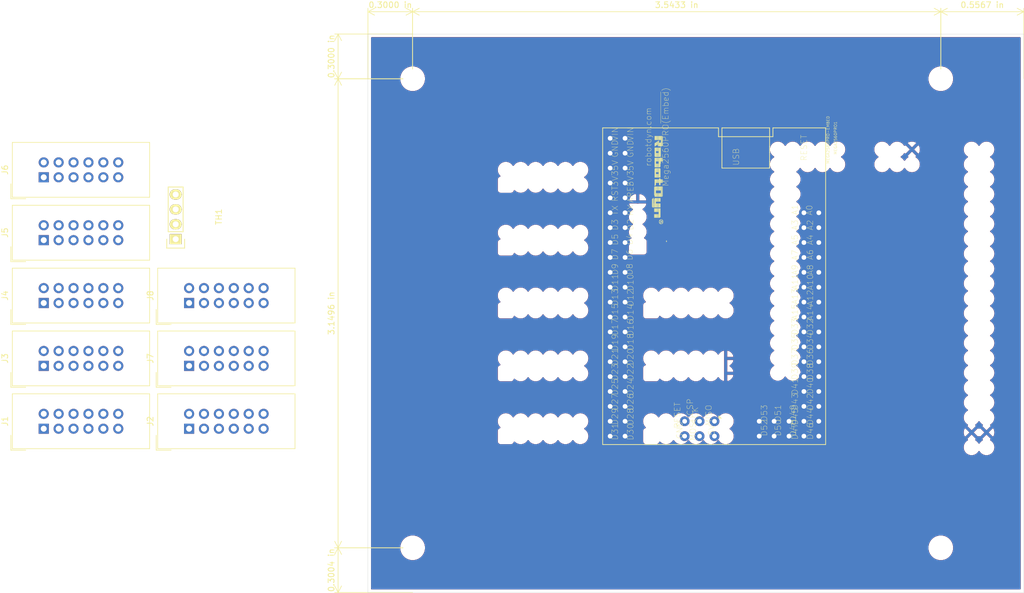
<source format=kicad_pcb>
(kicad_pcb (version 20171130) (host pcbnew "(5.1.5)-3")
  (layers (0 F.Cu signal) (31 B.Cu signal) (34 B.Paste user) (35 F.Paste user) (36 B.SilkS user) (37 F.SilkS user) (38 B.Mask user) (39 F.Mask user) (44 Edge.Cuts user))
  (net 0 "")
  (net 1 GND)
  (net 2 "Net-(MEGA2560PRO1-PadMOSI)")
  (net 3 "Net-(MEGA2560PRO1-PadMISO)")
  (net 4 "Net-(MEGA2560PRO1-PadSCK)")
  (net 5 "Net-(MEGA2560PRO1-PadRESET)")
  (net 6 "Net-(MEGA2560PRO1-PadD53)")
  (net 7 "Net-(MEGA2560PRO1-PadD52)")
  (net 8 "Net-(MEGA2560PRO1-PadD50)")
  (net 9 "Net-(MEGA2560PRO1-PadD51)")
  (net 10 "Net-(MEGA2560PRO1-PadD49)")
  (net 11 "Net-(MEGA2560PRO1-PadD48)")
  (net 12 "Net-(MEGA2560PRO1-PadD47)")
  (net 13 "Net-(MEGA2560PRO1-PadD46)")
  (net 14 "Net-(MEGA2560PRO1-PadD45)")
  (net 15 "Net-(MEGA2560PRO1-PadD44)")
  (net 16 "Net-(MEGA2560PRO1-PadD43)")
  (net 17 "Net-(MEGA2560PRO1-PadD42)")
  (net 18 "Net-(MEGA2560PRO1-PadD41)")
  (net 19 "Net-(MEGA2560PRO1-PadD40)")
  (net 20 "Net-(MEGA2560PRO1-PadD39)")
  (net 21 "Net-(MEGA2560PRO1-PadD38)")
  (net 22 "Net-(MEGA2560PRO1-PadD37)")
  (net 23 "Net-(MEGA2560PRO1-PadD36)")
  (net 24 "Net-(MEGA2560PRO1-PadD35)")
  (net 25 "Net-(MEGA2560PRO1-PadD34)")
  (net 26 "Net-(MEGA2560PRO1-PadA15)")
  (net 27 "Net-(MEGA2560PRO1-PadA14)")
  (net 28 "Net-(MEGA2560PRO1-PadA13)")
  (net 29 "Net-(MEGA2560PRO1-PadA12)")
  (net 30 "Net-(MEGA2560PRO1-PadA11)")
  (net 31 "Net-(MEGA2560PRO1-PadA10)")
  (net 32 "Net-(MEGA2560PRO1-PadA9)")
  (net 33 "Net-(MEGA2560PRO1-PadA8)")
  (net 34 "Net-(MEGA2560PRO1-PadA7)")
  (net 35 "Net-(MEGA2560PRO1-PadA6)")
  (net 36 "Net-(MEGA2560PRO1-PadA4)")
  (net 37 "Net-(MEGA2560PRO1-PadA5)")
  (net 38 "Net-(MEGA2560PRO1-PadA3)")
  (net 39 "Net-(MEGA2560PRO1-PadA2)")
  (net 40 "Net-(MEGA2560PRO1-PadA0)")
  (net 41 "Net-(MEGA2560PRO1-PadA1)")
  (net 42 "Net-(MEGA2560PRO1-PadTX)")
  (net 43 "Net-(MEGA2560PRO1-PadRX)")
  (net 44 "Net-(MEGA2560PRO1-PadAREF)")
  (net 45 "Net-(MEGA2560PRO1-PadRST)")
  (net 46 "Net-(MEGA2560PRO1-Pad3V3@1)")
  (net 47 "Net-(MEGA2560PRO1-Pad3V3@2)")
  (net 48 "Net-(MEGA2560PRO1-Pad5V@2)")
  (net 49 "Net-(MEGA2560PRO1-Pad5V@1)")
  (net 50 "Net-(J3-Pad12)")
  (net 51 "Net-(J3-Pad11)")
  (net 52 "Net-(J3-Pad10)")
  (net 53 "Net-(J3-Pad9)")
  (net 54 "Net-(J3-Pad8)")
  (net 55 "Net-(J3-Pad7)")
  (net 56 "Net-(J3-Pad6)")
  (net 57 "Net-(J3-Pad5)")
  (net 58 "Net-(J3-Pad4)")
  (net 59 "Net-(J3-Pad3)")
  (net 60 "Net-(J3-Pad2)")
  (net 61 "Net-(J3-Pad1)")
  (net 62 "Net-(J4-Pad12)")
  (net 63 "Net-(J4-Pad11)")
  (net 64 "Net-(J4-Pad10)")
  (net 65 "Net-(J4-Pad9)")
  (net 66 "Net-(J4-Pad8)")
  (net 67 "Net-(J4-Pad7)")
  (net 68 "Net-(J4-Pad6)")
  (net 69 "Net-(J4-Pad5)")
  (net 70 "Net-(J5-Pad12)")
  (net 71 "Net-(J5-Pad11)")
  (net 72 "Net-(J5-Pad10)")
  (net 73 "Net-(J5-Pad9)")
  (net 74 "Net-(J5-Pad8)")
  (net 75 "Net-(J5-Pad7)")
  (net 76 "Net-(J5-Pad6)")
  (net 77 "Net-(J5-Pad5)")
  (net 78 "Net-(J6-Pad12)")
  (net 79 "Net-(J6-Pad11)")
  (net 80 "Net-(J6-Pad10)")
  (net 81 "Net-(J6-Pad9)")
  (net 82 "Net-(J6-Pad8)")
  (net 83 "Net-(J6-Pad7)")
  (net 84 "Net-(J6-Pad6)")
  (net 85 "Net-(J6-Pad5)")
  (net 86 "Net-(J6-Pad4)")
  (net 87 "Net-(J6-Pad3)")
  (net 88 "Net-(J6-Pad2)")
  (net 89 "Net-(J6-Pad1)")
  (net 90 "Net-(J8-Pad11)")
  (net 91 "Net-(J8-Pad10)")
  (net 92 "Net-(J8-Pad9)")
  (net 93 "Net-(J8-Pad8)")
  (net 94 "Net-(J8-Pad7)")
  (net 95 "Net-(J8-Pad6)")
  (net 96 "Net-(J8-Pad5)")
  (net 97 S31)
  (net 98 S30)
  (net 99 S20)
  (net 100 S22)
  (net 101 S24)
  (net 102 S26)
  (net 103 S28)
  (net 104 S29)
  (net 105 S27)
  (net 106 S25)
  (net 107 S23)
  (net 108 S21)
  (net 109 S18)
  (net 110 S16)
  (net 111 S14)
  (net 112 S12)
  (net 113 S10)
  (net 114 S8)
  (net 115 S6)
  (net 116 S4)
  (net 117 S2)
  (net 118 S0)
  (net 119 S19)
  (net 120 S17)
  (net 121 S15)
  (net 122 S13)
  (net 123 S11)
  (net 124 S9)
  (net 125 S7)
  (net 126 S5)
  (net 127 S3)
  (net 128 S1)
  (net 129 "Net-(TH1-Pad3)")
  (net 130 "Net-(TH1-Pad2)")
  (net 131 Clock-EN)
  (net 132 Clock)
  (net 133 Latch-EN)
  (net 134 Latch)
  (net 135 Data-EN)
  (net 136 Data)
  (net 137 VCC)
  (net 138 VDD)
  (module Sensors:DHT22_Temperature_Humidity (layer F.Cu) (at 114.56 56.57 90)
    (fp_text reference TH1 (at 0 7.35 90) (layer F.SilkS))
    (fp_text value DHT22_Temperature_Humidity)
    (pad 4 thru_hole oval (at 3.81 0 180) (size 2.032 1.7272) (drill 1.016) (layers *.Cu *.Mask F.SilkS) (net 1 GND))
    (pad 3 thru_hole oval (at 1.27 0 180) (size 2.032 1.7272) (drill 1.016) (layers *.Cu *.Mask F.SilkS) (net 129 "Net-(TH1-Pad3)"))
    (pad 2 thru_hole oval (at -1.27 0 180) (size 2.032 1.7272) (drill 1.016) (layers *.Cu *.Mask F.SilkS) (net 130 "Net-(TH1-Pad2)"))
    (pad 1 thru_hole rect (at -3.81 0 180) (size 2.032 1.7272) (drill 1.016) (layers *.Cu *.Mask F.SilkS) (net 137 VCC))
  )
  (module Connector_IDC:IDC-Header_2x06_P2.54mm_Vertical (layer F.Cu) (at 116.845 71.27 90)
    (fp_text reference J8 (at 1.27 -6.604 90) (layer F.SilkS))
    (fp_text value Conn_02x06_Odd_Even)
    (pad 12 thru_hole oval (at 2.54 12.7 90) (size 1.7272 1.7272) (drill 1.016) (layers *.Cu *.Mask) (net 90 "Net-(J8-Pad11)"))
    (pad 11 thru_hole oval (at 0 12.7 90) (size 1.7272 1.7272) (drill 1.016) (layers *.Cu *.Mask) (net 90 "Net-(J8-Pad11)"))
    (pad 10 thru_hole oval (at 2.54 10.16 90) (size 1.7272 1.7272) (drill 1.016) (layers *.Cu *.Mask) (net 91 "Net-(J8-Pad10)"))
    (pad 9 thru_hole oval (at 0 10.16 90) (size 1.7272 1.7272) (drill 1.016) (layers *.Cu *.Mask) (net 92 "Net-(J8-Pad9)"))
    (pad 8 thru_hole oval (at 2.54 7.62 90) (size 1.7272 1.7272) (drill 1.016) (layers *.Cu *.Mask) (net 93 "Net-(J8-Pad8)"))
    (pad 7 thru_hole oval (at 0 7.62 90) (size 1.7272 1.7272) (drill 1.016) (layers *.Cu *.Mask) (net 94 "Net-(J8-Pad7)"))
    (pad 6 thru_hole oval (at 2.54 5.08 90) (size 1.7272 1.7272) (drill 1.016) (layers *.Cu *.Mask) (net 95 "Net-(J8-Pad6)"))
    (pad 5 thru_hole oval (at 0 5.08 90) (size 1.7272 1.7272) (drill 1.016) (layers *.Cu *.Mask) (net 96 "Net-(J8-Pad5)"))
    (pad 4 thru_hole oval (at 2.54 2.54 90) (size 1.7272 1.7272) (drill 1.016) (layers *.Cu *.Mask) (net 137 VCC))
    (pad 3 thru_hole oval (at 0 2.54 90) (size 1.7272 1.7272) (drill 1.016) (layers *.Cu *.Mask) (net 137 VCC))
    (pad 2 thru_hole oval (at 2.54 0 90) (size 1.7272 1.7272) (drill 1.016) (layers *.Cu *.Mask) (net 138 VDD))
    (pad 1 thru_hole rect (at 0 0 90) (size 1.7272 1.7272) (drill 1.016) (layers *.Cu *.Mask) (net 138 VDD))
  )
  (module Connector_IDC:IDC-Header_2x06_P2.54mm_Vertical (layer F.Cu) (at 116.845 81.99 90)
    (fp_text reference J7 (at 1.27 -6.604 90) (layer F.SilkS))
    (fp_text value Conn_02x06_Odd_Even)
    (pad 12 thru_hole oval (at 2.54 12.7 90) (size 1.7272 1.7272) (drill 1.016) (layers *.Cu *.Mask) (net 1 GND))
    (pad 11 thru_hole oval (at 0 12.7 90) (size 1.7272 1.7272) (drill 1.016) (layers *.Cu *.Mask) (net 1 GND))
    (pad 10 thru_hole oval (at 2.54 10.16 90) (size 1.7272 1.7272) (drill 1.016) (layers *.Cu *.Mask) (net 131 Clock-EN))
    (pad 9 thru_hole oval (at 0 10.16 90) (size 1.7272 1.7272) (drill 1.016) (layers *.Cu *.Mask) (net 132 Clock))
    (pad 8 thru_hole oval (at 2.54 7.62 90) (size 1.7272 1.7272) (drill 1.016) (layers *.Cu *.Mask) (net 133 Latch-EN))
    (pad 7 thru_hole oval (at 0 7.62 90) (size 1.7272 1.7272) (drill 1.016) (layers *.Cu *.Mask) (net 134 Latch))
    (pad 6 thru_hole oval (at 2.54 5.08 90) (size 1.7272 1.7272) (drill 1.016) (layers *.Cu *.Mask) (net 135 Data-EN))
    (pad 5 thru_hole oval (at 0 5.08 90) (size 1.7272 1.7272) (drill 1.016) (layers *.Cu *.Mask) (net 136 Data))
    (pad 4 thru_hole oval (at 2.54 2.54 90) (size 1.7272 1.7272) (drill 1.016) (layers *.Cu *.Mask) (net 137 VCC))
    (pad 3 thru_hole oval (at 0 2.54 90) (size 1.7272 1.7272) (drill 1.016) (layers *.Cu *.Mask) (net 137 VCC))
    (pad 2 thru_hole oval (at 2.54 0 90) (size 1.7272 1.7272) (drill 1.016) (layers *.Cu *.Mask) (net 138 VDD))
    (pad 1 thru_hole rect (at 0 0 90) (size 1.7272 1.7272) (drill 1.016) (layers *.Cu *.Mask) (net 138 VDD))
  )
  (module Connector_IDC:IDC-Header_2x06_P2.54mm_Vertical (layer F.Cu) (at 92.075 49.83 90)
    (fp_text reference J6 (at 1.27 -6.604 90) (layer F.SilkS))
    (fp_text value Conn_02x06_Odd_Even)
    (pad 12 thru_hole oval (at 2.54 12.7 90) (size 1.7272 1.7272) (drill 1.016) (layers *.Cu *.Mask) (net 78 "Net-(J6-Pad12)"))
    (pad 11 thru_hole oval (at 0 12.7 90) (size 1.7272 1.7272) (drill 1.016) (layers *.Cu *.Mask) (net 79 "Net-(J6-Pad11)"))
    (pad 10 thru_hole oval (at 2.54 10.16 90) (size 1.7272 1.7272) (drill 1.016) (layers *.Cu *.Mask) (net 80 "Net-(J6-Pad10)"))
    (pad 9 thru_hole oval (at 0 10.16 90) (size 1.7272 1.7272) (drill 1.016) (layers *.Cu *.Mask) (net 81 "Net-(J6-Pad9)"))
    (pad 8 thru_hole oval (at 2.54 7.62 90) (size 1.7272 1.7272) (drill 1.016) (layers *.Cu *.Mask) (net 82 "Net-(J6-Pad8)"))
    (pad 7 thru_hole oval (at 0 7.62 90) (size 1.7272 1.7272) (drill 1.016) (layers *.Cu *.Mask) (net 83 "Net-(J6-Pad7)"))
    (pad 6 thru_hole oval (at 2.54 5.08 90) (size 1.7272 1.7272) (drill 1.016) (layers *.Cu *.Mask) (net 84 "Net-(J6-Pad6)"))
    (pad 5 thru_hole oval (at 0 5.08 90) (size 1.7272 1.7272) (drill 1.016) (layers *.Cu *.Mask) (net 85 "Net-(J6-Pad5)"))
    (pad 4 thru_hole oval (at 2.54 2.54 90) (size 1.7272 1.7272) (drill 1.016) (layers *.Cu *.Mask) (net 86 "Net-(J6-Pad4)"))
    (pad 3 thru_hole oval (at 0 2.54 90) (size 1.7272 1.7272) (drill 1.016) (layers *.Cu *.Mask) (net 87 "Net-(J6-Pad3)"))
    (pad 2 thru_hole oval (at 2.54 0 90) (size 1.7272 1.7272) (drill 1.016) (layers *.Cu *.Mask) (net 88 "Net-(J6-Pad2)"))
    (pad 1 thru_hole rect (at 0 0 90) (size 1.7272 1.7272) (drill 1.016) (layers *.Cu *.Mask) (net 89 "Net-(J6-Pad1)"))
  )
  (module Connector_IDC:IDC-Header_2x06_P2.54mm_Vertical (layer F.Cu) (at 92.075 60.55 90)
    (fp_text reference J5 (at 1.27 -6.604 90) (layer F.SilkS))
    (fp_text value Conn_02x06_Odd_Even)
    (pad 12 thru_hole oval (at 2.54 12.7 90) (size 1.7272 1.7272) (drill 1.016) (layers *.Cu *.Mask) (net 70 "Net-(J5-Pad12)"))
    (pad 11 thru_hole oval (at 0 12.7 90) (size 1.7272 1.7272) (drill 1.016) (layers *.Cu *.Mask) (net 71 "Net-(J5-Pad11)"))
    (pad 10 thru_hole oval (at 2.54 10.16 90) (size 1.7272 1.7272) (drill 1.016) (layers *.Cu *.Mask) (net 72 "Net-(J5-Pad10)"))
    (pad 9 thru_hole oval (at 0 10.16 90) (size 1.7272 1.7272) (drill 1.016) (layers *.Cu *.Mask) (net 73 "Net-(J5-Pad9)"))
    (pad 8 thru_hole oval (at 2.54 7.62 90) (size 1.7272 1.7272) (drill 1.016) (layers *.Cu *.Mask) (net 74 "Net-(J5-Pad8)"))
    (pad 7 thru_hole oval (at 0 7.62 90) (size 1.7272 1.7272) (drill 1.016) (layers *.Cu *.Mask) (net 75 "Net-(J5-Pad7)"))
    (pad 6 thru_hole oval (at 2.54 5.08 90) (size 1.7272 1.7272) (drill 1.016) (layers *.Cu *.Mask) (net 76 "Net-(J5-Pad6)"))
    (pad 5 thru_hole oval (at 0 5.08 90) (size 1.7272 1.7272) (drill 1.016) (layers *.Cu *.Mask) (net 77 "Net-(J5-Pad5)"))
    (pad 4 thru_hole oval (at 2.54 2.54 90) (size 1.7272 1.7272) (drill 1.016) (layers *.Cu *.Mask) (net 97 S31))
    (pad 3 thru_hole oval (at 0 2.54 90) (size 1.7272 1.7272) (drill 1.016) (layers *.Cu *.Mask) (net 98 S30))
    (pad 2 thru_hole oval (at 2.54 0 90) (size 1.7272 1.7272) (drill 1.016) (layers *.Cu *.Mask) (net 104 S29))
    (pad 1 thru_hole rect (at 0 0 90) (size 1.7272 1.7272) (drill 1.016) (layers *.Cu *.Mask) (net 103 S28))
  )
  (module Connector_IDC:IDC-Header_2x06_P2.54mm_Vertical (layer F.Cu) (at 92.075 71.27 90)
    (fp_text reference J4 (at 1.27 -6.604 90) (layer F.SilkS))
    (fp_text value Conn_02x06_Odd_Even)
    (pad 12 thru_hole oval (at 2.54 12.7 90) (size 1.7272 1.7272) (drill 1.016) (layers *.Cu *.Mask) (net 62 "Net-(J4-Pad12)"))
    (pad 11 thru_hole oval (at 0 12.7 90) (size 1.7272 1.7272) (drill 1.016) (layers *.Cu *.Mask) (net 63 "Net-(J4-Pad11)"))
    (pad 10 thru_hole oval (at 2.54 10.16 90) (size 1.7272 1.7272) (drill 1.016) (layers *.Cu *.Mask) (net 64 "Net-(J4-Pad10)"))
    (pad 9 thru_hole oval (at 0 10.16 90) (size 1.7272 1.7272) (drill 1.016) (layers *.Cu *.Mask) (net 65 "Net-(J4-Pad9)"))
    (pad 8 thru_hole oval (at 2.54 7.62 90) (size 1.7272 1.7272) (drill 1.016) (layers *.Cu *.Mask) (net 66 "Net-(J4-Pad8)"))
    (pad 7 thru_hole oval (at 0 7.62 90) (size 1.7272 1.7272) (drill 1.016) (layers *.Cu *.Mask) (net 67 "Net-(J4-Pad7)"))
    (pad 6 thru_hole oval (at 2.54 5.08 90) (size 1.7272 1.7272) (drill 1.016) (layers *.Cu *.Mask) (net 68 "Net-(J4-Pad6)"))
    (pad 5 thru_hole oval (at 0 5.08 90) (size 1.7272 1.7272) (drill 1.016) (layers *.Cu *.Mask) (net 69 "Net-(J4-Pad5)"))
    (pad 4 thru_hole oval (at 2.54 2.54 90) (size 1.7272 1.7272) (drill 1.016) (layers *.Cu *.Mask) (net 121 S15))
    (pad 3 thru_hole oval (at 0 2.54 90) (size 1.7272 1.7272) (drill 1.016) (layers *.Cu *.Mask) (net 111 S14))
    (pad 2 thru_hole oval (at 2.54 0 90) (size 1.7272 1.7272) (drill 1.016) (layers *.Cu *.Mask) (net 122 S13))
    (pad 1 thru_hole rect (at 0 0 90) (size 1.7272 1.7272) (drill 1.016) (layers *.Cu *.Mask) (net 112 S12))
  )
  (module Connector_IDC:IDC-Header_2x06_P2.54mm_Vertical (layer F.Cu) (at 92.075 81.99 90)
    (fp_text reference J3 (at 1.27 -6.604 90) (layer F.SilkS))
    (fp_text value Conn_02x06_Odd_Even)
    (pad 12 thru_hole oval (at 2.54 12.7 90) (size 1.7272 1.7272) (drill 1.016) (layers *.Cu *.Mask) (net 50 "Net-(J3-Pad12)"))
    (pad 11 thru_hole oval (at 0 12.7 90) (size 1.7272 1.7272) (drill 1.016) (layers *.Cu *.Mask) (net 51 "Net-(J3-Pad11)"))
    (pad 10 thru_hole oval (at 2.54 10.16 90) (size 1.7272 1.7272) (drill 1.016) (layers *.Cu *.Mask) (net 52 "Net-(J3-Pad10)"))
    (pad 9 thru_hole oval (at 0 10.16 90) (size 1.7272 1.7272) (drill 1.016) (layers *.Cu *.Mask) (net 53 "Net-(J3-Pad9)"))
    (pad 8 thru_hole oval (at 2.54 7.62 90) (size 1.7272 1.7272) (drill 1.016) (layers *.Cu *.Mask) (net 54 "Net-(J3-Pad8)"))
    (pad 7 thru_hole oval (at 0 7.62 90) (size 1.7272 1.7272) (drill 1.016) (layers *.Cu *.Mask) (net 55 "Net-(J3-Pad7)"))
    (pad 6 thru_hole oval (at 2.54 5.08 90) (size 1.7272 1.7272) (drill 1.016) (layers *.Cu *.Mask) (net 56 "Net-(J3-Pad6)"))
    (pad 5 thru_hole oval (at 0 5.08 90) (size 1.7272 1.7272) (drill 1.016) (layers *.Cu *.Mask) (net 57 "Net-(J3-Pad5)"))
    (pad 4 thru_hole oval (at 2.54 2.54 90) (size 1.7272 1.7272) (drill 1.016) (layers *.Cu *.Mask) (net 58 "Net-(J3-Pad4)"))
    (pad 3 thru_hole oval (at 0 2.54 90) (size 1.7272 1.7272) (drill 1.016) (layers *.Cu *.Mask) (net 59 "Net-(J3-Pad3)"))
    (pad 2 thru_hole oval (at 2.54 0 90) (size 1.7272 1.7272) (drill 1.016) (layers *.Cu *.Mask) (net 60 "Net-(J3-Pad2)"))
    (pad 1 thru_hole rect (at 0 0 90) (size 1.7272 1.7272) (drill 1.016) (layers *.Cu *.Mask) (net 61 "Net-(J3-Pad1)"))
  )
  (module Connector_IDC:IDC-Header_2x06_P2.54mm_Vertical (layer F.Cu) (at 116.845 92.71 90)
    (fp_text reference J2 (at 1.27 -6.604 90) (layer F.SilkS))
    (fp_text value Conn_02x06_Odd_Even)
    (pad 12 thru_hole oval (at 2.54 12.7 90) (size 1.7272 1.7272) (drill 1.016) (layers *.Cu *.Mask) (net 105 S27))
    (pad 11 thru_hole oval (at 0 12.7 90) (size 1.7272 1.7272) (drill 1.016) (layers *.Cu *.Mask) (net 102 S26))
    (pad 10 thru_hole oval (at 2.54 10.16 90) (size 1.7272 1.7272) (drill 1.016) (layers *.Cu *.Mask) (net 106 S25))
    (pad 9 thru_hole oval (at 0 10.16 90) (size 1.7272 1.7272) (drill 1.016) (layers *.Cu *.Mask) (net 101 S24))
    (pad 8 thru_hole oval (at 2.54 7.62 90) (size 1.7272 1.7272) (drill 1.016) (layers *.Cu *.Mask) (net 107 S23))
    (pad 7 thru_hole oval (at 0 7.62 90) (size 1.7272 1.7272) (drill 1.016) (layers *.Cu *.Mask) (net 100 S22))
    (pad 6 thru_hole oval (at 2.54 5.08 90) (size 1.7272 1.7272) (drill 1.016) (layers *.Cu *.Mask) (net 108 S21))
    (pad 5 thru_hole oval (at 0 5.08 90) (size 1.7272 1.7272) (drill 1.016) (layers *.Cu *.Mask) (net 99 S20))
    (pad 4 thru_hole oval (at 2.54 2.54 90) (size 1.7272 1.7272) (drill 1.016) (layers *.Cu *.Mask) (net 119 S19))
    (pad 3 thru_hole oval (at 0 2.54 90) (size 1.7272 1.7272) (drill 1.016) (layers *.Cu *.Mask) (net 109 S18))
    (pad 2 thru_hole oval (at 2.54 0 90) (size 1.7272 1.7272) (drill 1.016) (layers *.Cu *.Mask) (net 120 S17))
    (pad 1 thru_hole rect (at 0 0 90) (size 1.7272 1.7272) (drill 1.016) (layers *.Cu *.Mask) (net 110 S16))
  )
  (module Connector_IDC:IDC-Header_2x06_P2.54mm_Vertical (layer F.Cu) (at 92.075 92.71 90)
    (fp_text reference J1 (at 1.27 -6.604 90) (layer F.SilkS))
    (fp_text value Conn_02x06_Odd_Even)
    (pad 12 thru_hole oval (at 2.54 12.7 90) (size 1.7272 1.7272) (drill 1.016) (layers *.Cu *.Mask) (net 123 S11))
    (pad 11 thru_hole oval (at 0 12.7 90) (size 1.7272 1.7272) (drill 1.016) (layers *.Cu *.Mask) (net 113 S10))
    (pad 10 thru_hole oval (at 2.54 10.16 90) (size 1.7272 1.7272) (drill 1.016) (layers *.Cu *.Mask) (net 124 S9))
    (pad 9 thru_hole oval (at 0 10.16 90) (size 1.7272 1.7272) (drill 1.016) (layers *.Cu *.Mask) (net 114 S8))
    (pad 8 thru_hole oval (at 2.54 7.62 90) (size 1.7272 1.7272) (drill 1.016) (layers *.Cu *.Mask) (net 125 S7))
    (pad 7 thru_hole oval (at 0 7.62 90) (size 1.7272 1.7272) (drill 1.016) (layers *.Cu *.Mask) (net 115 S6))
    (pad 6 thru_hole oval (at 2.54 5.08 90) (size 1.7272 1.7272) (drill 1.016) (layers *.Cu *.Mask) (net 126 S5))
    (pad 5 thru_hole oval (at 0 5.08 90) (size 1.7272 1.7272) (drill 1.016) (layers *.Cu *.Mask) (net 116 S4))
    (pad 4 thru_hole oval (at 2.54 2.54 90) (size 1.7272 1.7272) (drill 1.016) (layers *.Cu *.Mask) (net 127 S3))
    (pad 3 thru_hole oval (at 0 2.54 90) (size 1.7272 1.7272) (drill 1.016) (layers *.Cu *.Mask) (net 117 S2))
    (pad 2 thru_hole oval (at 2.54 0 90) (size 1.7272 1.7272) (drill 1.016) (layers *.Cu *.Mask) (net 128 S1))
    (pad 1 thru_hole rect (at 0 0 90) (size 1.7272 1.7272) (drill 1.016) (layers *.Cu *.Mask) (net 118 S0))
  )
  (module MEGA2560PRO-EMBED:MEGA2560PRO-EMBED (layer F.Cu) (at 207.645 76.2 270)
    (fp_text reference MEGA2560PRO1 (at -33.0708 -19.3548 90) (layer F.SilkS) (effects (font (size 0.48 0.48) (thickness 0.05))))
    (fp_text value MEGA2560PRO-EMBED (at -32.766 -18.0848 90) (layer F.SilkS) (effects (font (size 0.48 0.48) (thickness 0.05))))
    (fp_text user USB (at -29.845 -2.413 90) (layer F.SilkS) (effects (font (thickness 0.05))))
    (fp_text user 5V (at 16.761 1.75072 90) (layer F.SilkS) (effects (font (thickness 0.05))))
    (fp_text user MOSI (at 16.761 4.92572 90) (layer F.SilkS) (effects (font (thickness 0.05))))
    (fp_text user GND (at 16.761 7.21172 90) (layer F.SilkS) (effects (font (thickness 0.05))))
    (fp_text user RESET (at 14.221 7.59272 90) (layer F.SilkS) (effects (font (thickness 0.05))))
    (fp_text user SCK (at 14.221 4.54472 90) (layer F.SilkS) (effects (font (thickness 0.05))))
    (fp_text user MISO (at 14.221 2.25872 90) (layer F.SilkS) (effects (font (thickness 0.05))))
    (fp_text user "Mega~2560~PRO~(Embed)" (at -33.2604 9.5934 90) (layer F.SilkS) (effects (font (thickness 0.05))))
    (fp_text user 3V3 (at -26.1831 15.5882 90) (layer F.SilkS) (effects (font (thickness 0.05))))
    (fp_text user GND (at -31.2391 15.5982 90) (layer F.SilkS) (effects (font (thickness 0.05))))
    (fp_text user 5V (at -28.3568 15.5848 90) (layer F.SilkS) (effects (font (thickness 0.05))))
    (fp_text user VIN (at -33.7831 15.5848 90) (layer F.SilkS) (effects (font (thickness 0.05))))
    (fp_text user RESET (at -31.4028 -13.9752 90) (layer F.SilkS) (effects (font (thickness 0.05))))
    (fp_text user ICSP (at 13.0575 5.42448 90) (layer F.SilkS) (effects (font (thickness 0.05))))
    (fp_text user robotdyn.com (at -33.2579 12.5363 90) (layer F.SilkS) (effects (font (thickness 0.05))))
    (fp_text user A0 (at -20.7658 -14.9117 90) (layer F.SilkS) (effects (font (thickness 0.05))))
    (fp_text user A1 (at -20.8329 -12.4373 90) (layer F.SilkS) (effects (font (thickness 0.05))))
    (fp_text user A2 (at -18.222 -15.0387 90) (layer F.SilkS) (effects (font (thickness 0.05))))
    (fp_text user A3 (at -18.2393 -12.4373 90) (layer F.SilkS) (effects (font (thickness 0.05))))
    (fp_text user A4 (at -15.7028 -15.0421 90) (layer F.SilkS) (effects (font (thickness 0.05))))
    (fp_text user A5 (at -15.7058 -12.4406 90) (layer F.SilkS) (effects (font (thickness 0.05))))
    (fp_text user A7 (at -13.1104 -12.4406 90) (layer F.SilkS) (effects (font (thickness 0.05))))
    (fp_text user A6 (at -13.183 -15.0387 90) (layer F.SilkS) (effects (font (thickness 0.05))))
    (fp_text user A8 (at -10.5898 -15.0387 90) (layer F.SilkS) (effects (font (thickness 0.05))))
    (fp_text user A9 (at -10.587 -12.4373 90) (layer F.SilkS) (effects (font (thickness 0.05))))
    (fp_text user D45 (at 14.4274 -12.4406 90) (layer F.SilkS) (effects (font (thickness 0.05))))
    (fp_text user D44 (at 14.4242 -15.0421 90) (layer F.SilkS) (effects (font (thickness 0.05))))
    (fp_text user A13 (at -6.05821 -12.4373 90) (layer F.SilkS) (effects (font (thickness 0.05))))
    (fp_text user A15 (at -3.42219 -12.4373 90) (layer F.SilkS) (effects (font (thickness 0.05))))
    (fp_text user D35 (at 1.6254 -12.4373 90) (layer F.SilkS) (effects (font (thickness 0.05))))
    (fp_text user D37 (at 4.25315 -12.4373 90) (layer F.SilkS) (effects (font (thickness 0.05))))
    (fp_text user D39 (at 6.70263 -12.4373 90) (layer F.SilkS) (effects (font (thickness 0.05))))
    (fp_text user D41 (at 9.27631 -12.4373 90) (layer F.SilkS) (effects (font (thickness 0.05))))
    (fp_text user D43 (at 11.8683 -12.4373 90) (layer F.SilkS) (effects (font (thickness 0.05))))
    (fp_text user A12 (at -5.81045 -15.0387 90) (layer F.SilkS) (effects (font (thickness 0.05))))
    (fp_text user A14 (at -3.29639 -15.0387 90) (layer F.SilkS) (effects (font (thickness 0.05))))
    (fp_text user D34 (at 1.62357 -15.0387 90) (layer F.SilkS) (effects (font (thickness 0.05))))
    (fp_text user D36 (at 4.26481 -15.0387 90) (layer F.SilkS) (effects (font (thickness 0.05))))
    (fp_text user D38 (at 6.76755 -15.0387 90) (layer F.SilkS) (effects (font (thickness 0.05))))
    (fp_text user D40 (at 9.16904 -15.0387 90) (layer F.SilkS) (effects (font (thickness 0.05))))
    (fp_text user D42 (at 11.8896 -15.0387 90) (layer F.SilkS) (effects (font (thickness 0.05))))
    (fp_text user A11 (at -8.56099 -12.4373 90) (layer F.SilkS) (effects (font (thickness 0.05))))
    (fp_text user D33 (at -0.950519 -12.4373 90) (layer F.SilkS) (effects (font (thickness 0.05))))
    (fp_text user D47 (at 16.9624 -12.4406 90) (layer F.SilkS) (effects (font (thickness 0.05))))
    (fp_text user A10 (at -8.48871 -15.0387 90) (layer F.SilkS) (effects (font (thickness 0.05))))
    (fp_text user D32 (at -0.910972 -15.0387 90) (layer F.SilkS) (effects (font (thickness 0.05))))
    (fp_text user D46 (at 16.9247 -15.0387 90) (layer F.SilkS) (effects (font (thickness 0.05))))
    (fp_text user D49 (at 13.846 -12.1344 90) (layer F.SilkS) (effects (font (thickness 0.05))))
    (fp_text user D51 (at 13.846 -9.55695 90) (layer F.SilkS) (effects (font (thickness 0.05))))
    (fp_text user D48 (at 16.366 -12.1344 90) (layer F.SilkS) (effects (font (thickness 0.05))))
    (fp_text user D50 (at 16.366 -9.56247 90) (layer F.SilkS) (effects (font (thickness 0.05))))
    (fp_text user D53 (at 13.846 -7.21172 90) (layer F.SilkS) (effects (font (thickness 0.05))))
    (fp_text user D52 (at 16.366 -7.21172 90) (layer F.SilkS) (effects (font (thickness 0.05))))
    (fp_text user D4 (at -15.8268 15.7118 90) (layer F.SilkS) (effects (font (thickness 0.05))))
    (fp_text user D6 (at -13.148 15.7152 90) (layer F.SilkS) (effects (font (thickness 0.05))))
    (fp_text user AREF (at -23.8628 15.5848 90) (layer F.SilkS) (effects (font (thickness 0.05))))
    (fp_text user RX (at -20.7797 15.5848 90) (layer F.SilkS) (effects (font (thickness 0.05))))
    (fp_text user D2 (at -18.314 15.5882 90) (layer F.SilkS) (effects (font (thickness 0.05))))
    (fp_text user D8 (at -10.7153 15.7152 90) (layer F.SilkS) (effects (font (thickness 0.05))))
    (fp_text user D10 (at -8.43539 15.5882 90) (layer F.SilkS) (effects (font (thickness 0.05))))
    (fp_text user D12 (at -5.85152 15.5882 90) (layer F.SilkS) (effects (font (thickness 0.05))))
    (fp_text user D16 (at -0.758088 15.5882 90) (layer F.SilkS) (effects (font (thickness 0.05))))
    (fp_text user D20 (at 4.26502 15.5882 90) (layer F.SilkS) (effects (font (thickness 0.05))))
    (fp_text user D22 (at 6.80006 15.5882 90) (layer F.SilkS) (effects (font (thickness 0.05))))
    (fp_text user D26 (at 11.9199 15.5882 90) (layer F.SilkS) (effects (font (thickness 0.05))))
    (fp_text user D28 (at 14.4322 15.5882 90) (layer F.SilkS) (effects (font (thickness 0.05))))
    (fp_text user D18 (at 1.67739 15.5882 90) (layer F.SilkS) (effects (font (thickness 0.05))))
    (fp_text user D24 (at 9.41034 15.5882 90) (layer F.SilkS) (effects (font (thickness 0.05))))
    (fp_text user D30 (at 17.0587 15.5882 90) (layer F.SilkS) (effects (font (thickness 0.05))))
    (fp_text user D14 (at -3.32605 15.5882 90) (layer F.SilkS) (effects (font (thickness 0.05))))
    (fp_text user VIN (at -33.7838 18.215 90) (layer F.SilkS) (effects (font (thickness 0.05))))
    (fp_text user D7 (at -13.2191 18.215 90) (layer F.SilkS) (effects (font (thickness 0.05))))
    (fp_text user D15 (at -3.41094 18.2184 90) (layer F.SilkS) (effects (font (thickness 0.05))))
    (fp_text user D23 (at 6.82193 18.2184 90) (layer F.SilkS) (effects (font (thickness 0.05))))
    (fp_text user D31 (at 17.0064 18.2184 90) (layer F.SilkS) (effects (font (thickness 0.05))))
    (fp_text user GND (at -31.2588 18.2283 90) (layer F.SilkS) (effects (font (thickness 0.05))))
    (fp_text user 5V (at -28.4067 18.215 90) (layer F.SilkS) (effects (font (thickness 0.05))))
    (fp_text user TX (at -20.743 18.215 90) (layer F.SilkS) (effects (font (thickness 0.05))))
    (fp_text user D3 (at -18.2663 18.2184 90) (layer F.SilkS) (effects (font (thickness 0.05))))
    (fp_text user RST (at -23.5621 18.2283 90) (layer F.SilkS) (effects (font (thickness 0.05))))
    (fp_text user D5 (at -15.7541 18.215 90) (layer F.SilkS) (effects (font (thickness 0.05))))
    (fp_text user D9 (at -10.6967 18.2184 90) (layer F.SilkS) (effects (font (thickness 0.05))))
    (fp_text user D11 (at -8.44883 18.2184 90) (layer F.SilkS) (effects (font (thickness 0.05))))
    (fp_text user D13 (at -5.93334 18.2184 90) (layer F.SilkS) (effects (font (thickness 0.05))))
    (fp_text user D19 (at 1.78404 18.2184 90) (layer F.SilkS) (effects (font (thickness 0.05))))
    (fp_text user D21 (at 4.2481 18.2184 90) (layer F.SilkS) (effects (font (thickness 0.05))))
    (fp_text user D25 (at 9.36287 18.2184 90) (layer F.SilkS) (effects (font (thickness 0.05))))
    (fp_text user D27 (at 11.9013 18.2184 90) (layer F.SilkS) (effects (font (thickness 0.05))))
    (fp_text user 3V3 (at -26.1557 18.2184 90) (layer F.SilkS) (effects (font (thickness 0.05))))
    (fp_text user D17 (at -0.848131 18.2184 90) (layer F.SilkS) (effects (font (thickness 0.05))))
    (fp_text user D29 (at 14.4255 18.2184 90) (layer F.SilkS) (effects (font (thickness 0.05))))
    (pad MOSI thru_hole circle (at 17.78 3.81 270) (size 1.6764 1.6764) (drill 0.8) (layers *.Cu *.Mask) (net 2 "Net-(MEGA2560PRO1-PadMOSI)"))
    (pad 5V@3 thru_hole circle (at 17.78 1.27 270) (size 1.6764 1.6764) (drill 0.8) (layers *.Cu *.Mask) (net 137 VCC))
    (pad MISO thru_hole circle (at 15.24 1.27 270) (size 1.6764 1.6764) (drill 0.8) (layers *.Cu *.Mask) (net 3 "Net-(MEGA2560PRO1-PadMISO)"))
    (pad SCK thru_hole circle (at 15.24 3.81 270) (size 1.6764 1.6764) (drill 0.8) (layers *.Cu *.Mask) (net 4 "Net-(MEGA2560PRO1-PadSCK)"))
    (pad GND@3 thru_hole circle (at 17.78 6.35 270) (size 1.6764 1.6764) (drill 0.8) (layers *.Cu *.Mask) (net 1 GND))
    (pad RESET thru_hole circle (at 15.24 6.35 270) (size 1.6764 1.6764) (drill 0.8) (layers *.Cu *.Mask) (net 5 "Net-(MEGA2560PRO1-PadRESET)"))
    (pad D53 thru_hole circle (at 15.24 -6.35 270) (size 1.6764 1.6764) (drill 0.8) (layers *.Cu *.Mask) (net 6 "Net-(MEGA2560PRO1-PadD53)"))
    (pad D52 thru_hole circle (at 17.78 -6.35 270) (size 1.6764 1.6764) (drill 0.8) (layers *.Cu *.Mask) (net 7 "Net-(MEGA2560PRO1-PadD52)"))
    (pad D50 thru_hole circle (at 17.78 -8.89 270) (size 1.6764 1.6764) (drill 0.8) (layers *.Cu *.Mask) (net 8 "Net-(MEGA2560PRO1-PadD50)"))
    (pad D51 thru_hole circle (at 15.24 -8.89 270) (size 1.6764 1.6764) (drill 0.8) (layers *.Cu *.Mask) (net 9 "Net-(MEGA2560PRO1-PadD51)"))
    (pad D49 thru_hole circle (at 15.24 -11.43 270) (size 1.6764 1.6764) (drill 0.8) (layers *.Cu *.Mask) (net 10 "Net-(MEGA2560PRO1-PadD49)"))
    (pad D48 thru_hole circle (at 17.78 -11.43 270) (size 1.6764 1.6764) (drill 0.8) (layers *.Cu *.Mask) (net 11 "Net-(MEGA2560PRO1-PadD48)"))
    (pad D47 thru_hole circle (at 17.78 -13.97 270) (size 1.6764 1.6764) (drill 0.8) (layers *.Cu *.Mask) (net 12 "Net-(MEGA2560PRO1-PadD47)"))
    (pad D46 thru_hole circle (at 17.78 -16.51 270) (size 1.6764 1.6764) (drill 0.8) (layers *.Cu *.Mask) (net 13 "Net-(MEGA2560PRO1-PadD46)"))
    (pad D45 thru_hole circle (at 15.24 -13.97 270) (size 1.6764 1.6764) (drill 0.8) (layers *.Cu *.Mask) (net 14 "Net-(MEGA2560PRO1-PadD45)"))
    (pad D44 thru_hole circle (at 15.24 -16.51 270) (size 1.6764 1.6764) (drill 0.8) (layers *.Cu *.Mask) (net 15 "Net-(MEGA2560PRO1-PadD44)"))
    (pad D43 thru_hole circle (at 12.7 -13.97 270) (size 1.6764 1.6764) (drill 0.8) (layers *.Cu *.Mask) (net 16 "Net-(MEGA2560PRO1-PadD43)"))
    (pad D42 thru_hole circle (at 12.7 -16.51 270) (size 1.6764 1.6764) (drill 0.8) (layers *.Cu *.Mask) (net 17 "Net-(MEGA2560PRO1-PadD42)"))
    (pad D41 thru_hole circle (at 10.16 -13.97 270) (size 1.6764 1.6764) (drill 0.8) (layers *.Cu *.Mask) (net 18 "Net-(MEGA2560PRO1-PadD41)"))
    (pad D40 thru_hole circle (at 10.16 -16.51 270) (size 1.6764 1.6764) (drill 0.8) (layers *.Cu *.Mask) (net 19 "Net-(MEGA2560PRO1-PadD40)"))
    (pad D39 thru_hole circle (at 7.62 -13.97 270) (size 1.6764 1.6764) (drill 0.8) (layers *.Cu *.Mask) (net 20 "Net-(MEGA2560PRO1-PadD39)"))
    (pad D38 thru_hole circle (at 7.62 -16.51 270) (size 1.6764 1.6764) (drill 0.8) (layers *.Cu *.Mask) (net 21 "Net-(MEGA2560PRO1-PadD38)"))
    (pad D37 thru_hole circle (at 5.08 -13.97 270) (size 1.6764 1.6764) (drill 0.8) (layers *.Cu *.Mask) (net 22 "Net-(MEGA2560PRO1-PadD37)"))
    (pad D36 thru_hole circle (at 5.08 -16.51 270) (size 1.6764 1.6764) (drill 0.8) (layers *.Cu *.Mask) (net 23 "Net-(MEGA2560PRO1-PadD36)"))
    (pad D35 thru_hole circle (at 2.54 -13.97 270) (size 1.6764 1.6764) (drill 0.8) (layers *.Cu *.Mask) (net 24 "Net-(MEGA2560PRO1-PadD35)"))
    (pad D34 thru_hole circle (at 2.54 -16.51 270) (size 1.6764 1.6764) (drill 0.8) (layers *.Cu *.Mask) (net 25 "Net-(MEGA2560PRO1-PadD34)"))
    (pad D33 thru_hole circle (at 0 -13.97 270) (size 1.6764 1.6764) (drill 0.8) (layers *.Cu *.Mask) (net 97 S31))
    (pad D32 thru_hole circle (at 0 -16.51 270) (size 1.6764 1.6764) (drill 0.8) (layers *.Cu *.Mask) (net 98 S30))
    (pad A15 thru_hole circle (at -2.54 -13.97 270) (size 1.6764 1.6764) (drill 0.8) (layers *.Cu *.Mask) (net 26 "Net-(MEGA2560PRO1-PadA15)"))
    (pad A14 thru_hole circle (at -2.54 -16.51 270) (size 1.6764 1.6764) (drill 0.8) (layers *.Cu *.Mask) (net 27 "Net-(MEGA2560PRO1-PadA14)"))
    (pad A13 thru_hole circle (at -5.08 -13.97 270) (size 1.6764 1.6764) (drill 0.8) (layers *.Cu *.Mask) (net 28 "Net-(MEGA2560PRO1-PadA13)"))
    (pad A12 thru_hole circle (at -5.08 -16.51 270) (size 1.6764 1.6764) (drill 0.8) (layers *.Cu *.Mask) (net 29 "Net-(MEGA2560PRO1-PadA12)"))
    (pad A11 thru_hole circle (at -7.62 -13.97 270) (size 1.6764 1.6764) (drill 0.8) (layers *.Cu *.Mask) (net 30 "Net-(MEGA2560PRO1-PadA11)"))
    (pad A10 thru_hole circle (at -7.62 -16.51 270) (size 1.6764 1.6764) (drill 0.8) (layers *.Cu *.Mask) (net 31 "Net-(MEGA2560PRO1-PadA10)"))
    (pad A9 thru_hole circle (at -10.16 -13.97 270) (size 1.6764 1.6764) (drill 0.8) (layers *.Cu *.Mask) (net 32 "Net-(MEGA2560PRO1-PadA9)"))
    (pad A8 thru_hole circle (at -10.16 -16.51 270) (size 1.6764 1.6764) (drill 0.8) (layers *.Cu *.Mask) (net 33 "Net-(MEGA2560PRO1-PadA8)"))
    (pad A7 thru_hole circle (at -12.7 -13.97 270) (size 1.6764 1.6764) (drill 0.8) (layers *.Cu *.Mask) (net 34 "Net-(MEGA2560PRO1-PadA7)"))
    (pad A6 thru_hole circle (at -12.7 -16.51 270) (size 1.6764 1.6764) (drill 0.8) (layers *.Cu *.Mask) (net 35 "Net-(MEGA2560PRO1-PadA6)"))
    (pad A4 thru_hole circle (at -15.24 -16.51 270) (size 1.6764 1.6764) (drill 0.8) (layers *.Cu *.Mask) (net 36 "Net-(MEGA2560PRO1-PadA4)"))
    (pad A5 thru_hole circle (at -15.24 -13.97 270) (size 1.6764 1.6764) (drill 0.8) (layers *.Cu *.Mask) (net 37 "Net-(MEGA2560PRO1-PadA5)"))
    (pad A3 thru_hole circle (at -17.78 -13.97 270) (size 1.6764 1.6764) (drill 0.8) (layers *.Cu *.Mask) (net 38 "Net-(MEGA2560PRO1-PadA3)"))
    (pad A2 thru_hole circle (at -17.78 -16.51 270) (size 1.6764 1.6764) (drill 0.8) (layers *.Cu *.Mask) (net 39 "Net-(MEGA2560PRO1-PadA2)"))
    (pad A0 thru_hole circle (at -20.32 -16.51 270) (size 1.6764 1.6764) (drill 0.8) (layers *.Cu *.Mask) (net 40 "Net-(MEGA2560PRO1-PadA0)"))
    (pad A1 thru_hole circle (at -20.32 -13.97 270) (size 1.6764 1.6764) (drill 0.8) (layers *.Cu *.Mask) (net 41 "Net-(MEGA2560PRO1-PadA1)"))
    (pad D22 thru_hole circle (at 7.62 16.51 270) (size 1.6764 1.6764) (drill 0.8) (layers *.Cu *.Mask) (net 99 S20))
    (pad D24 thru_hole circle (at 10.16 16.51 270) (size 1.6764 1.6764) (drill 0.8) (layers *.Cu *.Mask) (net 100 S22))
    (pad D26 thru_hole circle (at 12.7 16.51 270) (size 1.6764 1.6764) (drill 0.8) (layers *.Cu *.Mask) (net 101 S24))
    (pad D28 thru_hole circle (at 15.24 16.51 270) (size 1.6764 1.6764) (drill 0.8) (layers *.Cu *.Mask) (net 102 S26))
    (pad D30 thru_hole circle (at 17.78 16.51 270) (size 1.6764 1.6764) (drill 0.8) (layers *.Cu *.Mask) (net 103 S28))
    (pad D31 thru_hole circle (at 17.78 19.05 270) (size 1.6764 1.6764) (drill 0.8) (layers *.Cu *.Mask) (net 104 S29))
    (pad D29 thru_hole circle (at 15.24 19.05 270) (size 1.6764 1.6764) (drill 0.8) (layers *.Cu *.Mask) (net 105 S27))
    (pad D27 thru_hole circle (at 12.7 19.05 270) (size 1.6764 1.6764) (drill 0.8) (layers *.Cu *.Mask) (net 106 S25))
    (pad D25 thru_hole circle (at 10.16 19.05 270) (size 1.6764 1.6764) (drill 0.8) (layers *.Cu *.Mask) (net 107 S23))
    (pad D23 thru_hole circle (at 7.62 19.05 270) (size 1.6764 1.6764) (drill 0.8) (layers *.Cu *.Mask) (net 108 S21))
    (pad D20 thru_hole circle (at 5.08 16.51 270) (size 1.6764 1.6764) (drill 0.8) (layers *.Cu *.Mask) (net 109 S18))
    (pad D18 thru_hole circle (at 2.54 16.51 270) (size 1.6764 1.6764) (drill 0.8) (layers *.Cu *.Mask) (net 110 S16))
    (pad D16 thru_hole circle (at 0 16.51 270) (size 1.6764 1.6764) (drill 0.8) (layers *.Cu *.Mask) (net 111 S14))
    (pad D14 thru_hole circle (at -2.54 16.51 270) (size 1.6764 1.6764) (drill 0.8) (layers *.Cu *.Mask) (net 112 S12))
    (pad D12 thru_hole circle (at -5.08 16.51 270) (size 1.6764 1.6764) (drill 0.8) (layers *.Cu *.Mask) (net 113 S10))
    (pad D10 thru_hole circle (at -7.62 16.51 270) (size 1.6764 1.6764) (drill 0.8) (layers *.Cu *.Mask) (net 114 S8))
    (pad D8 thru_hole circle (at -10.16 16.51 270) (size 1.6764 1.6764) (drill 0.8) (layers *.Cu *.Mask) (net 115 S6))
    (pad D6 thru_hole circle (at -12.7 16.51 270) (size 1.6764 1.6764) (drill 0.8) (layers *.Cu *.Mask) (net 116 S4))
    (pad D4 thru_hole circle (at -15.24 16.51 270) (size 1.6764 1.6764) (drill 0.8) (layers *.Cu *.Mask) (net 117 S2))
    (pad D2 thru_hole circle (at -17.78 16.51 270) (size 1.6764 1.6764) (drill 0.8) (layers *.Cu *.Mask) (net 118 S0))
    (pad D21 thru_hole circle (at 5.08 19.05 270) (size 1.6764 1.6764) (drill 0.8) (layers *.Cu *.Mask) (net 119 S19))
    (pad D19 thru_hole circle (at 2.54 19.05 270) (size 1.6764 1.6764) (drill 0.8) (layers *.Cu *.Mask) (net 120 S17))
    (pad D17 thru_hole circle (at 0 19.05 270) (size 1.6764 1.6764) (drill 0.8) (layers *.Cu *.Mask) (net 121 S15))
    (pad D15 thru_hole circle (at -2.54 19.05 270) (size 1.6764 1.6764) (drill 0.8) (layers *.Cu *.Mask) (net 122 S13))
    (pad D13 thru_hole circle (at -5.08 19.05 270) (size 1.6764 1.6764) (drill 0.8) (layers *.Cu *.Mask) (net 123 S11))
    (pad D11 thru_hole circle (at -7.62 19.05 270) (size 1.6764 1.6764) (drill 0.8) (layers *.Cu *.Mask) (net 124 S9))
    (pad D9 thru_hole circle (at -10.16 19.05 270) (size 1.6764 1.6764) (drill 0.8) (layers *.Cu *.Mask) (net 125 S7))
    (pad D7 thru_hole circle (at -12.7 19.05 270) (size 1.6764 1.6764) (drill 0.8) (layers *.Cu *.Mask) (net 126 S5))
    (pad D5 thru_hole circle (at -15.24 19.05 270) (size 1.6764 1.6764) (drill 0.8) (layers *.Cu *.Mask) (net 127 S3))
    (pad D3 thru_hole circle (at -17.78 19.05 270) (size 1.6764 1.6764) (drill 0.8) (layers *.Cu *.Mask) (net 128 S1))
    (pad TX thru_hole circle (at -20.32 19.05 270) (size 1.6764 1.6764) (drill 0.8) (layers *.Cu *.Mask) (net 42 "Net-(MEGA2560PRO1-PadTX)"))
    (pad RX thru_hole circle (at -20.32 16.51 270) (size 1.6764 1.6764) (drill 0.8) (layers *.Cu *.Mask) (net 43 "Net-(MEGA2560PRO1-PadRX)"))
    (pad AREF thru_hole circle (at -22.86 16.51 270) (size 1.6764 1.6764) (drill 0.8) (layers *.Cu *.Mask) (net 44 "Net-(MEGA2560PRO1-PadAREF)"))
    (pad RST thru_hole circle (at -22.86 19.05 270) (size 1.6764 1.6764) (drill 0.8) (layers *.Cu *.Mask) (net 45 "Net-(MEGA2560PRO1-PadRST)"))
    (pad 3V3@1 thru_hole circle (at -25.4 19.05 270) (size 1.6764 1.6764) (drill 0.8) (layers *.Cu *.Mask) (net 46 "Net-(MEGA2560PRO1-Pad3V3@1)"))
    (pad 3V3@2 thru_hole circle (at -25.4 16.51 270) (size 1.6764 1.6764) (drill 0.8) (layers *.Cu *.Mask) (net 47 "Net-(MEGA2560PRO1-Pad3V3@2)"))
    (pad 5V@2 thru_hole circle (at -27.94 16.51 270) (size 1.6764 1.6764) (drill 0.8) (layers *.Cu *.Mask) (net 48 "Net-(MEGA2560PRO1-Pad5V@2)"))
    (pad 5V@1 thru_hole circle (at -27.94 19.05 270) (size 1.6764 1.6764) (drill 0.8) (layers *.Cu *.Mask) (net 49 "Net-(MEGA2560PRO1-Pad5V@1)"))
    (pad GND@1 thru_hole circle (at -30.48 19.05 270) (size 1.6764 1.6764) (drill 0.8) (layers *.Cu *.Mask) (net 1 GND))
    (pad GND@2 thru_hole circle (at -30.48 16.51 270) (size 1.6764 1.6764) (drill 0.8) (layers *.Cu *.Mask) (net 1 GND))
    (pad VIN@1 thru_hole circle (at -33.02 19.05 270) (size 1.6764 1.6764) (drill 0.8) (layers *.Cu *.Mask) (net 137 VCC))
    (pad VIN@2 thru_hole circle (at -33.02 16.51 270) (size 1.6764 1.6764) (drill 0.8) (layers *.Cu *.Mask) (net 137 VCC))
  )
  (module MountingHole2:MountingHole_3.2mm_M3 (layer F.Cu) (at 244.94 113.02)
    (fp_text reference REF** hide)
    (fp_text value MountingHole_3.2mm_M3)
    (pad 1 np_thru_hole circle (at 0 0) (size 3.2 3.2) (drill 3.2) (layers *.Cu *.Mask))
  )
  (module MountingHole2:MountingHole_3.2mm_M3 (layer F.Cu) (at 154.94 113.02)
    (fp_text reference REF** hide)
    (fp_text value MountingHole_3.2mm_M3)
    (pad 1 np_thru_hole circle (at 0 0) (size 3.2 3.2) (drill 3.2) (layers *.Cu *.Mask))
  )
  (module MountingHole2:MountingHole_3.2mm_M3 (layer F.Cu) (at 244.94 33.02)
    (fp_text reference REF** hide)
    (fp_text value MountingHole_3.2mm_M3)
    (pad 1 np_thru_hole circle (at 0 0) (size 3.2 3.2) (drill 3.2) (layers *.Cu *.Mask))
  )
  (module MountingHole2:MountingHole_3.2mm_M3 (layer F.Cu) (at 154.94 33.02)
    (fp_text reference REF** hide)
    (fp_text value MountingHole_3.2mm_M3)
    (pad 1 np_thru_hole circle (at 0 0) (size 3.2 3.2) (drill 3.2) (layers *.Cu *.Mask))
  )
  (dimension 7.63 (width 0.12) (layer F.SilkS) (gr_text "7.630 mm" (at 140.97 116.835 90) (layer F.SilkS) (effects (font (size 1 1) (thickness 0.15)))) (feature1 (pts (xy 154.94 113.02) (xy 141.653579 113.02))) (feature2 (pts (xy 154.94 120.65) (xy 141.653579 120.65))) (crossbar (pts (xy 142.24 120.65) (xy 142.24 113.02))) (arrow1a (pts (xy 142.24 113.02) (xy 142.826421 114.146504))) (arrow1b (pts (xy 142.24 113.02) (xy 141.653579 114.146504))) (arrow2a (pts (xy 142.24 120.65) (xy 142.826421 119.523496))) (arrow2b (pts (xy 142.24 120.65) (xy 141.653579 119.523496))))
  (dimension 80 (width 0.12) (layer F.SilkS) (gr_text "80.000 mm" (at 140.970001 73.02 270) (layer F.SilkS) (effects (font (size 1 1) (thickness 0.15)))) (feature1 (pts (xy 154.94 113.02) (xy 141.65358 113.02))) (feature2 (pts (xy 154.94 33.02) (xy 141.65358 33.02))) (crossbar (pts (xy 142.240001 33.02) (xy 142.240001 113.02))) (arrow1a (pts (xy 142.240001 113.02) (xy 141.65358 111.893496))) (arrow1b (pts (xy 142.240001 113.02) (xy 142.826422 111.893496))) (arrow2a (pts (xy 142.240001 33.02) (xy 141.65358 34.146504))) (arrow2b (pts (xy 142.240001 33.02) (xy 142.826422 34.146504))))
  (dimension 7.62 (width 0.12) (layer F.SilkS) (gr_text "7.620 mm" (at 140.97 29.21 90) (layer F.SilkS) (effects (font (size 1 1) (thickness 0.15)))) (feature1 (pts (xy 154.94 25.4) (xy 141.653579 25.4))) (feature2 (pts (xy 154.94 33.02) (xy 141.653579 33.02))) (crossbar (pts (xy 142.24 33.02) (xy 142.24 25.4))) (arrow1a (pts (xy 142.24 25.4) (xy 142.826421 26.526504))) (arrow1b (pts (xy 142.24 25.4) (xy 141.653579 26.526504))) (arrow2a (pts (xy 142.24 33.02) (xy 142.826421 31.893496))) (arrow2b (pts (xy 142.24 33.02) (xy 141.653579 31.893496))))
  (dimension 14.14 (width 0.12) (layer F.SilkS) (gr_text "14.140 mm" (at 252.01 20.32) (layer F.SilkS) (effects (font (size 1 1) (thickness 0.15)))) (feature1 (pts (xy 259.08 33.02) (xy 259.08 21.003579))) (feature2 (pts (xy 244.94 33.02) (xy 244.94 21.003579))) (crossbar (pts (xy 244.94 21.59) (xy 259.08 21.59))) (arrow1a (pts (xy 259.08 21.59) (xy 257.953496 22.176421))) (arrow1b (pts (xy 259.08 21.59) (xy 257.953496 21.003579))) (arrow2a (pts (xy 244.94 21.59) (xy 246.066504 22.176421))) (arrow2b (pts (xy 244.94 21.59) (xy 246.066504 21.003579))))
  (dimension 7.62 (width 0.12) (layer F.SilkS) (gr_text "7.620 mm" (at 151.13 20.32) (layer F.SilkS) (effects (font (size 1 1) (thickness 0.15)))) (feature1 (pts (xy 147.32 33.02) (xy 147.32 21.003579))) (feature2 (pts (xy 154.94 33.02) (xy 154.94 21.003579))) (crossbar (pts (xy 154.94 21.59) (xy 147.32 21.59))) (arrow1a (pts (xy 147.32 21.59) (xy 148.446504 21.003579))) (arrow1b (pts (xy 147.32 21.59) (xy 148.446504 22.176421))) (arrow2a (pts (xy 154.94 21.59) (xy 153.813496 21.003579))) (arrow2b (pts (xy 154.94 21.59) (xy 153.813496 22.176421))))
  (dimension 90 (width 0.12) (layer F.SilkS) (gr_text "90.000 mm" (at 199.94 20.32) (layer F.SilkS) (effects (font (size 1 1) (thickness 0.15)))) (feature1 (pts (xy 244.94 33.02) (xy 244.94 21.003579))) (feature2 (pts (xy 154.94 33.02) (xy 154.94 21.003579))) (crossbar (pts (xy 154.94 21.59) (xy 244.94 21.59))) (arrow1a (pts (xy 244.94 21.59) (xy 243.813496 22.176421))) (arrow1b (pts (xy 244.94 21.59) (xy 243.813496 21.003579))) (arrow2a (pts (xy 154.94 21.59) (xy 156.066504 22.176421))) (arrow2b (pts (xy 154.94 21.59) (xy 156.066504 21.003579))))
  (gr_line (start 259.08 25.4) (end 259.08 39.37) (layer Edge.Cuts) (width 0.05))
  (gr_line (start 147.32 25.4) (end 259.08 25.4) (layer Edge.Cuts) (width 0.05))
  (gr_line (start 147.32 120.65) (end 147.32 25.4) (layer Edge.Cuts) (width 0.05))
  (gr_line (start 259.08 120.65) (end 147.32 120.65) (layer Edge.Cuts) (width 0.05))
  (gr_line (start 259.08 39.37) (end 259.08 120.65) (layer Edge.Cuts) (width 0.05))
  (zone (net 1) (net_name GND) (layer B.Cu) (connect_pads (clearance 0.508)) (min_thickness 0.254) (fill yes (arc_segments 32) (thermal_gap 0.508) (thermal_bridge_width 0.508))
    (polygon (pts (xy 147.32 25.4) (xy 259.08 25.4) (xy 259.08 120.65) (xy 147.32 120.65)))
  )
  (zone (net 1) (net_name GND) (layer F.Cu) (connect_pads (clearance 0.508)) (min_thickness 0.254) (fill yes (arc_segments 32) (thermal_gap 0.508) (thermal_bridge_width 0.508))
    (polygon (pts (xy 259.08 25.4) (xy 147.32 25.4) (xy 147.32 120.65) (xy 259.08 120.65)))
  )
  (zone (net 1) (net_name GND) (layer F.Cu) (connect_pads (clearance 0.508)) (min_thickness 0.254) (fill yes (arc_segments 32) (thermal_gap 0.508) (thermal_bridge_width 0.508))
    (polygon (pts (xy 259.08 25.4) (xy 147.32 25.4) (xy 147.32 120.65) (xy 259.08 120.65)))
  )
)
</source>
